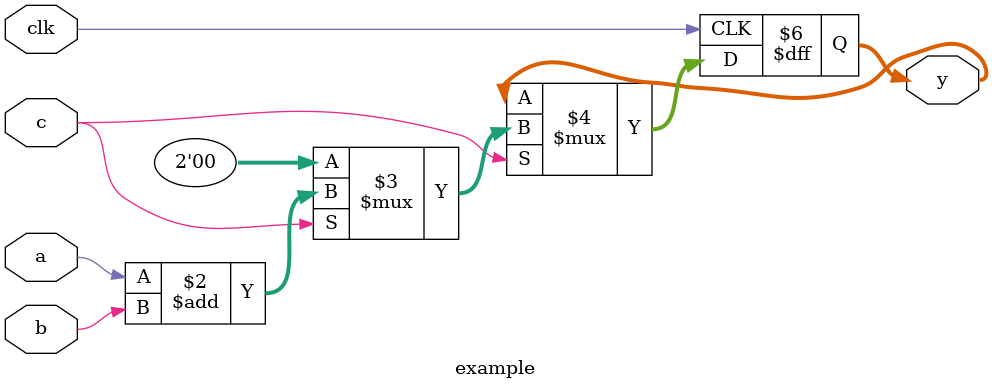
<source format=v>
module example(input clk, a, b, c,
               output reg [1:0] y);
    always @(posedge clk)
        if (c)
            y <= c ? a + b : 2'd0;
endmodule

</source>
